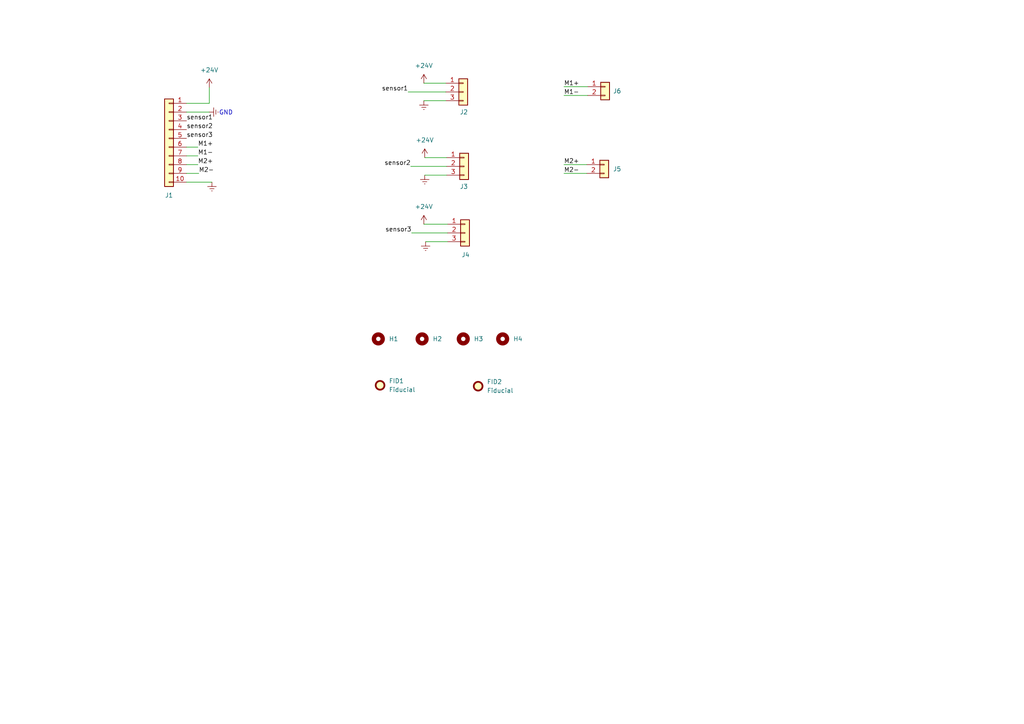
<source format=kicad_sch>
(kicad_sch (version 20210621) (generator eeschema)
  (paper "A4")
  (title_block (title "Extension Board") (date "2022-09-28") (rev "VER 1.0") (company "OMKAR SHARMA") (comment 2 "OMKAR SHARMA"))
  (lib_symbols
    (symbol "Connector_Generic:Conn_01x02" (pin_names (offset 1.016) hide)
      (property "Reference" "J" (at 0 2.54 0))
      (property "Value" "Conn_01x02" (at 0 -5.08 0))
      (symbol "Conn_01x02_1_1"
        (rectangle (start -1.27 -2.413) (end 0 -2.667) (stroke (width 0.1524)))
        (rectangle (start -1.27 0.127) (end 0 -0.127) (stroke (width 0.1524)))
        (rectangle (start -1.27 1.27) (end 1.27 -3.81) (stroke (width 0.254)) (fill (type background)))
        (pin passive line (at -5.08 0 0) (length 3.81) (name "Pin_1") (number "1"))
        (pin passive line (at -5.08 -2.54 0) (length 3.81) (name "Pin_2") (number "2"))
      )
    )
    (symbol "Connector_Generic:Conn_01x03" (pin_names (offset 1.016) hide)
      (property "Reference" "J" (at 0 5.08 0))
      (property "Value" "Conn_01x03" (at 0 -5.08 0))
      (symbol "Conn_01x03_1_1"
        (rectangle (start -1.27 -2.413) (end 0 -2.667) (stroke (width 0.1524)))
        (rectangle (start -1.27 0.127) (end 0 -0.127) (stroke (width 0.1524)))
        (rectangle (start -1.27 2.667) (end 0 2.413) (stroke (width 0.1524)))
        (rectangle (start -1.27 3.81) (end 1.27 -3.81) (stroke (width 0.254)) (fill (type background)))
        (pin passive line (at -5.08 2.54 0) (length 3.81) (name "Pin_1") (number "1"))
        (pin passive line (at -5.08 0 0) (length 3.81) (name "Pin_2") (number "2"))
        (pin passive line (at -5.08 -2.54 0) (length 3.81) (name "Pin_3") (number "3"))
      )
    )
    (symbol "Connector_Generic:Conn_01x10" (pin_names (offset 1.016) hide)
      (property "Reference" "J" (at 0 12.7 0))
      (property "Value" "Conn_01x10" (at 0 -15.24 0))
      (symbol "Conn_01x10_1_1"
        (rectangle (start -1.27 -12.573) (end 0 -12.827) (stroke (width 0.1524)))
        (rectangle (start -1.27 -10.033) (end 0 -10.287) (stroke (width 0.1524)))
        (rectangle (start -1.27 -7.493) (end 0 -7.747) (stroke (width 0.1524)))
        (rectangle (start -1.27 -4.953) (end 0 -5.207) (stroke (width 0.1524)))
        (rectangle (start -1.27 -2.413) (end 0 -2.667) (stroke (width 0.1524)))
        (rectangle (start -1.27 0.127) (end 0 -0.127) (stroke (width 0.1524)))
        (rectangle (start -1.27 2.667) (end 0 2.413) (stroke (width 0.1524)))
        (rectangle (start -1.27 5.207) (end 0 4.953) (stroke (width 0.1524)))
        (rectangle (start -1.27 7.747) (end 0 7.493) (stroke (width 0.1524)))
        (rectangle (start -1.27 10.287) (end 0 10.033) (stroke (width 0.1524)))
        (rectangle (start -1.27 11.43) (end 1.27 -13.97) (stroke (width 0.254)) (fill (type background)))
        (pin passive line (at -5.08 10.16 0) (length 3.81) (name "Pin_1") (number "1"))
        (pin passive line (at -5.08 -12.7 0) (length 3.81) (name "Pin_10") (number "10"))
        (pin passive line (at -5.08 7.62 0) (length 3.81) (name "Pin_2") (number "2"))
        (pin passive line (at -5.08 5.08 0) (length 3.81) (name "Pin_3") (number "3"))
        (pin passive line (at -5.08 2.54 0) (length 3.81) (name "Pin_4") (number "4"))
        (pin passive line (at -5.08 0 0) (length 3.81) (name "Pin_5") (number "5"))
        (pin passive line (at -5.08 -2.54 0) (length 3.81) (name "Pin_6") (number "6"))
        (pin passive line (at -5.08 -5.08 0) (length 3.81) (name "Pin_7") (number "7"))
        (pin passive line (at -5.08 -7.62 0) (length 3.81) (name "Pin_8") (number "8"))
        (pin passive line (at -5.08 -10.16 0) (length 3.81) (name "Pin_9") (number "9"))
      )
    )
    (symbol "Mechanical:Fiducial"
      (property "Reference" "FID" (at 0 5.08 0))
      (property "Value" "Fiducial" (at 0 3.175 0))
      (symbol "Fiducial_0_1"
        (circle (center 0 0) (radius 1.27) (stroke (width 0.508)) (fill (type background)))
      )
    )
    (symbol "Mechanical:MountingHole" (pin_names (offset 1.016))
      (property "Reference" "H" (at 0 5.08 0))
      (property "Value" "MountingHole" (at 0 3.175 0))
      (symbol "MountingHole_0_1"
        (circle (center 0 0) (radius 1.27) (stroke (width 1.27)))
      )
    )
    (symbol "power:+24V" (power) (pin_names (offset 0))
      (property "Value" "+24V" (at 0 3.556 0))
      (symbol "+24V_0_1"
        (polyline (pts (xy -0.762 1.27) (xy 0 2.54)))
        (polyline (pts (xy 0 0) (xy 0 2.54)))
        (polyline (pts (xy 0 2.54) (xy 0.762 1.27)))
      )
      (symbol "+24V_1_1"
        (pin power_in line (at 0 0 90) (length 0) hide (name "+24V") (number "1"))
      )
    )
    (symbol "power:GNDREF" (power) (pin_names (offset 0))
      (property "Value" "GNDREF" (at 0 -3.81 0))
      (symbol "GNDREF_0_1"
        (polyline (pts (xy -0.635 -1.905) (xy 0.635 -1.905)))
        (polyline (pts (xy -0.127 -2.54) (xy 0.127 -2.54)))
        (polyline (pts (xy 0 -1.27) (xy 0 0)))
        (polyline (pts (xy 1.27 -1.27) (xy -1.27 -1.27)))
      )
      (symbol "GNDREF_1_1"
        (pin power_in line (at 0 0 270) (length 0) hide (name "GNDREF") (number "1"))
      )
    )
  )
  (wire (pts (xy 60.706 25.4) (xy 60.706 29.972)))
  (wire (pts (xy 54.102 29.972) (xy 60.706 29.972)))
  (wire (pts (xy 163.576 47.752) (xy 170.18 47.752)))
  (wire (pts (xy 122.936 65.024) (xy 129.794 65.024)))
  (wire (pts (xy 122.936 24.13) (xy 129.286 24.13)))
  (wire (pts (xy 57.404 47.752) (xy 54.102 47.752)))
  (wire (pts (xy 163.576 50.292) (xy 170.18 50.292)))
  (wire (pts (xy 163.576 27.686) (xy 170.434 27.686)))
  (wire (pts (xy 123.19 45.72) (xy 129.54 45.72)))
  (wire (pts (xy 122.936 29.21) (xy 129.286 29.21)))
  (wire (pts (xy 57.658 50.292) (xy 54.102 50.292)))
  (wire (pts (xy 60.706 32.512) (xy 54.102 32.512)))
  (wire (pts (xy 57.404 42.672) (xy 54.102 42.672)))
  (wire (pts (xy 61.468 52.832) (xy 54.102 52.832)))
  (wire (pts (xy 123.19 50.8) (xy 129.54 50.8)))
  (wire (pts (xy 57.404 45.212) (xy 54.102 45.212)))
  (wire (pts (xy 119.126 48.26) (xy 129.54 48.26)))
  (wire (pts (xy 163.576 25.146) (xy 170.434 25.146)))
  (wire (pts (xy 123.444 70.104) (xy 129.794 70.104)))
  (wire (pts (xy 118.364 26.67) (xy 129.286 26.67)))
  (wire (pts (xy 119.38 67.564) (xy 129.794 67.564)))
  (text "GND" (at 63.5 33.528 0) (effects (font (size 1.27 1.27)) (justify left bottom)))
  (label "M2+" (at 163.576 47.752 0))
  (label "sensor3" (at 54.102 40.132 0))
  (label "M1-" (at 57.404 45.212 0))
  (label "sensor1" (at 118.364 26.67 180))
  (label "M2+" (at 57.404 47.752 0))
  (label "sensor1" (at 54.102 35.052 0))
  (label "M1+" (at 57.404 42.672 0))
  (label "sensor2" (at 54.102 37.592 0))
  (label "M2-" (at 57.658 50.292 0))
  (label "sensor2" (at 119.126 48.26 180))
  (label "M1+" (at 163.576 25.146 0))
  (label "M1-" (at 163.576 27.686 0))
  (label "M2-" (at 163.576 50.292 0))
  (label "sensor3" (at 119.38 67.564 180))
  (symbol (lib_id "power:GNDREF") (at 123.19 50.8 0) (unit 1)
    (property "Reference" "#PWR08" (effects hide))
    (property "Value" "GNDREF" (effects hide))
  )
  (symbol (lib_id "power:+24V") (at 122.936 24.13 0) (unit 1)
    (property "Reference" "#PWR04" (effects hide))
    (property "Value" "+24V" (at 122.936 19.05 0))
  )
  (symbol (lib_id "Mechanical:MountingHole") (at 134.366 98.298 0) (unit 1)
    (property "Reference" "H3" (at 137.414 98.2979 0) (effects (justify left)))
    (property "Value" "MountingHole" (effects hide))
    (property "Footprint" "MountingHole:MountingHole_3mm_Pad" (effects hide))
  )
  (symbol (lib_id "Mechanical:MountingHole") (at 122.428 98.298 0) (unit 1)
    (property "Reference" "H2" (at 125.476 98.2979 0) (effects (justify left)))
    (property "Value" "MountingHole" (effects hide))
    (property "Footprint" "MountingHole:MountingHole_3mm_Pad" (effects hide))
  )
  (symbol (lib_id "Connector_Generic:Conn_01x03") (at 134.62 48.26 0) (unit 1)
    (property "Reference" "J3" (at 133.35 54.102 0) (effects (justify left)))
    (property "Value" "Conn_01x03" (effects hide))
    (property "Footprint" "Connector_Molex:Molex_KK-254_AE-6410-03A_1x03_P2.54mm_Vertical" (effects hide))
  )
  (symbol (lib_id "Connector_Generic:Conn_01x10") (at 49.022 40.132 0) (mirror y) (unit 1)
    (property "Reference" "J1" (at 49.022 56.642 0))
    (property "Value" "Conn_01x10" (effects hide))
    (property "Footprint" "Connector_Molex:Molex_KK-254_AE-6410-10A_1x10_P2.54mm_Vertical" (effects hide))
  )
  (symbol (lib_id "Connector_Generic:Conn_01x03") (at 134.366 26.67 0) (unit 1)
    (property "Reference" "J2" (at 133.35 32.512 0) (effects (justify left)))
    (property "Value" "Conn_01x03" (effects hide))
    (property "Footprint" "Connector_Molex:Molex_KK-254_AE-6410-03A_1x03_P2.54mm_Vertical" (effects hide))
  )
  (symbol (lib_id "Connector_Generic:Conn_01x02") (at 175.514 25.146 0) (unit 1)
    (property "Reference" "J6" (at 177.8 26.4159 0) (effects (justify left)))
    (property "Value" "Conn_01x02" (effects hide))
    (property "Footprint" "Connector_Molex:Molex_KK-254_AE-6410-02A_1x02_P2.54mm_Vertical" (effects hide))
  )
  (symbol (lib_id "power:+24V") (at 60.706 25.4 0) (unit 1)
    (property "Reference" "#PWR01" (effects hide))
    (property "Value" "+24V" (at 60.706 20.32 0))
  )
  (symbol (lib_id "Connector_Generic:Conn_01x03") (at 134.874 67.564 0) (unit 1)
    (property "Reference" "J4" (at 133.858 73.914 0) (effects (justify left)))
    (property "Value" "Conn_01x03" (effects hide))
    (property "Footprint" "Connector_Molex:Molex_KK-254_AE-6410-03A_1x03_P2.54mm_Vertical" (effects hide))
  )
  (symbol (lib_id "Mechanical:Fiducial") (at 110.236 111.76 0) (unit 1)
    (property "Reference" "FID1" (at 112.776 110.4899 0) (effects (justify left)))
    (property "Value" "Fiducial" (at 112.776 113.0299 0) (effects (justify left)))
    (property "Footprint" "Fiducial:Fiducial_0.75mm_Mask1.5mm" (effects hide))
  )
  (symbol (lib_id "Connector_Generic:Conn_01x02") (at 175.26 47.752 0) (unit 1)
    (property "Reference" "J5" (at 177.8 49.0219 0) (effects (justify left)))
    (property "Value" "Conn_01x02" (effects hide))
    (property "Footprint" "Connector_Molex:Molex_KK-254_AE-6410-02A_1x02_P2.54mm_Vertical" (effects hide))
  )
  (symbol (lib_id "power:GNDREF") (at 123.444 70.104 0) (unit 1)
    (property "Reference" "#PWR09" (effects hide))
    (property "Value" "GNDREF" (effects hide))
  )
  (symbol (lib_id "Mechanical:MountingHole") (at 145.796 98.298 0) (unit 1)
    (property "Reference" "H4" (at 148.844 98.2979 0) (effects (justify left)))
    (property "Value" "MountingHole" (effects hide))
    (property "Footprint" "MountingHole:MountingHole_3mm_Pad" (effects hide))
  )
  (symbol (lib_id "power:+24V") (at 122.936 65.024 0) (unit 1)
    (property "Reference" "#PWR06" (effects hide))
    (property "Value" "+24V" (at 122.936 59.944 0))
  )
  (symbol (lib_id "power:GNDREF") (at 61.468 52.832 0) (unit 1)
    (property "Reference" "#PWR03" (effects hide))
    (property "Value" "GNDREF" (effects hide))
  )
  (symbol (lib_id "power:GNDREF") (at 122.936 29.21 0) (unit 1)
    (property "Reference" "#PWR05" (effects hide))
    (property "Value" "GNDREF" (effects hide))
  )
  (symbol (lib_id "Mechanical:MountingHole") (at 109.728 98.298 0) (unit 1)
    (property "Reference" "H1" (at 112.776 98.2979 0) (effects (justify left)))
    (property "Value" "MountingHole" (effects hide))
    (property "Footprint" "MountingHole:MountingHole_3mm_Pad" (effects hide))
  )
  (symbol (lib_id "power:GNDREF") (at 60.706 32.512 90) (unit 1)
    (property "Reference" "#PWR02" (effects hide))
    (property "Value" "GNDREF" (effects hide))
  )
  (symbol (lib_id "Mechanical:Fiducial") (at 138.684 112.014 0) (unit 1)
    (property "Reference" "FID2" (at 141.224 110.7439 0) (effects (justify left)))
    (property "Value" "Fiducial" (at 141.224 113.2839 0) (effects (justify left)))
    (property "Footprint" "Fiducial:Fiducial_0.75mm_Mask1.5mm" (effects hide))
  )
  (symbol (lib_id "power:+24V") (at 123.19 45.72 0) (unit 1)
    (property "Reference" "#PWR07" (effects hide))
    (property "Value" "+24V" (at 123.19 40.64 0))
  )
)
</source>
